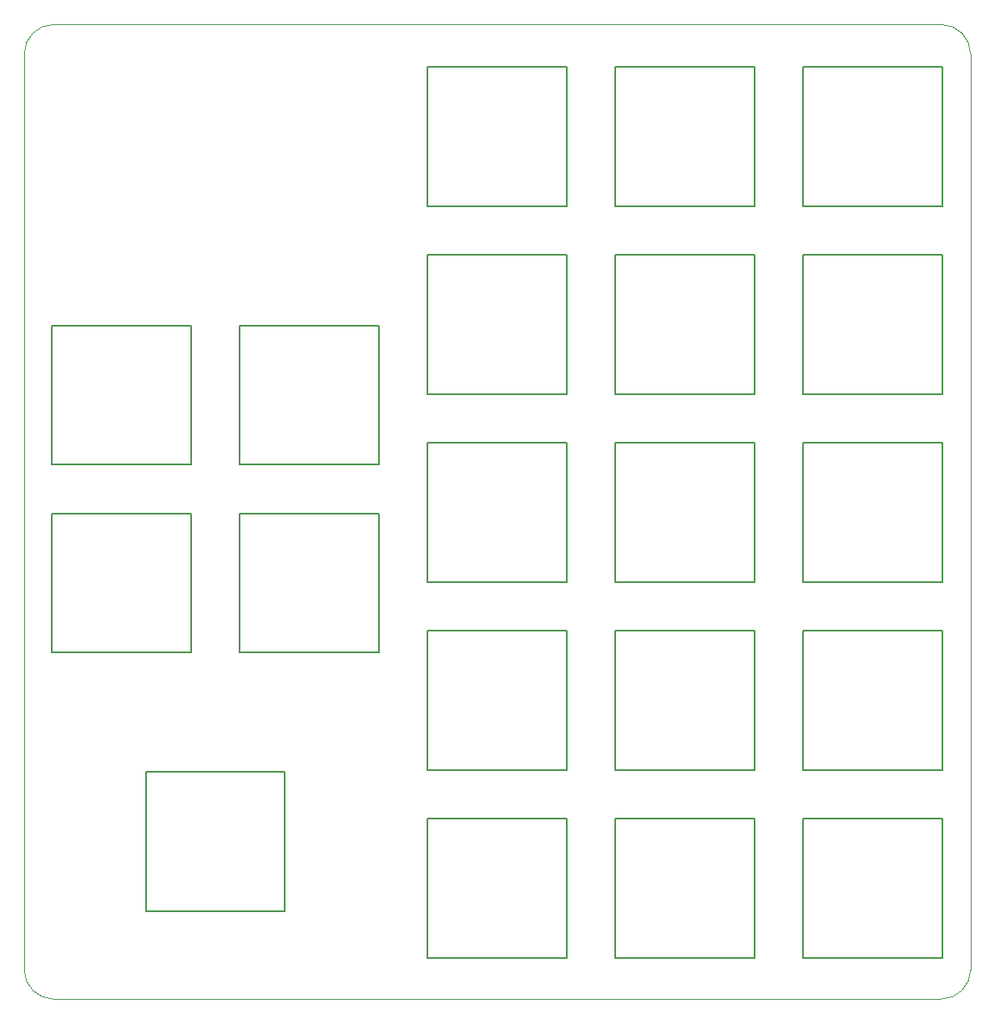
<source format=gbr>
G04 #@! TF.GenerationSoftware,KiCad,Pcbnew,7.0.9*
G04 #@! TF.CreationDate,2024-01-25T20:04:26+09:00*
G04 #@! TF.ProjectId,withTK,77697468-544b-42e6-9b69-6361645f7063,rev?*
G04 #@! TF.SameCoordinates,Original*
G04 #@! TF.FileFunction,Profile,NP*
%FSLAX46Y46*%
G04 Gerber Fmt 4.6, Leading zero omitted, Abs format (unit mm)*
G04 Created by KiCad (PCBNEW 7.0.9) date 2024-01-25 20:04:26*
%MOMM*%
%LPD*%
G01*
G04 APERTURE LIST*
G04 #@! TA.AperFunction,Profile*
%ADD10C,0.100000*%
G04 #@! TD*
G04 #@! TA.AperFunction,Profile*
%ADD11C,0.150000*%
G04 #@! TD*
G04 APERTURE END LIST*
D10*
X19275000Y-113050000D02*
G75*
G03*
X22275000Y-116050000I3000000J0D01*
G01*
X22275000Y-17250000D02*
G75*
G03*
X19275000Y-20250000I0J-3000000D01*
G01*
X112275000Y-116050000D02*
G75*
G03*
X115275000Y-113050000I0J3000000D01*
G01*
X115275000Y-20250000D02*
G75*
G03*
X112275000Y-17250000I-3000000J0D01*
G01*
X22275000Y-116050000D02*
X112275000Y-116050000D01*
X19275000Y-20250000D02*
X19275000Y-113050000D01*
X115275000Y-20250000D02*
X115275000Y-113050000D01*
X22275000Y-17250000D02*
X112275000Y-17250000D01*
D11*
X60177100Y-21571100D02*
X74277100Y-21571100D01*
X60177100Y-35671100D02*
X60177100Y-21571100D01*
X74277100Y-21571100D02*
X74277100Y-35671100D01*
X74277100Y-35671100D02*
X60177100Y-35671100D01*
X79227100Y-21571100D02*
X93327100Y-21571100D01*
X79227100Y-35671100D02*
X79227100Y-21571100D01*
X93327100Y-21571100D02*
X93327100Y-35671100D01*
X93327100Y-35671100D02*
X79227100Y-35671100D01*
X98277100Y-21571100D02*
X112377100Y-21571100D01*
X98277100Y-35671100D02*
X98277100Y-21571100D01*
X112377100Y-21571100D02*
X112377100Y-35671100D01*
X112377100Y-35671100D02*
X98277100Y-35671100D01*
X98277100Y-78721100D02*
X112377100Y-78721100D01*
X98277100Y-92821100D02*
X98277100Y-78721100D01*
X112377100Y-78721100D02*
X112377100Y-92821100D01*
X112377100Y-92821100D02*
X98277100Y-92821100D01*
X79227100Y-59671100D02*
X93327100Y-59671100D01*
X79227100Y-73771100D02*
X79227100Y-59671100D01*
X93327100Y-59671100D02*
X93327100Y-73771100D01*
X93327100Y-73771100D02*
X79227100Y-73771100D01*
X98277100Y-40621100D02*
X112377100Y-40621100D01*
X98277100Y-54721100D02*
X98277100Y-40621100D01*
X112377100Y-40621100D02*
X112377100Y-54721100D01*
X112377100Y-54721100D02*
X98277100Y-54721100D01*
X79227100Y-78721100D02*
X93327100Y-78721100D01*
X79227100Y-92821100D02*
X79227100Y-78721100D01*
X93327100Y-78721100D02*
X93327100Y-92821100D01*
X93327100Y-92821100D02*
X79227100Y-92821100D01*
X60177100Y-78721100D02*
X74277100Y-78721100D01*
X60177100Y-92821100D02*
X60177100Y-78721100D01*
X74277100Y-78721100D02*
X74277100Y-92821100D01*
X74277100Y-92821100D02*
X60177100Y-92821100D01*
X79227100Y-40621100D02*
X93327100Y-40621100D01*
X79227100Y-54721100D02*
X79227100Y-40621100D01*
X93327100Y-40621100D02*
X93327100Y-54721100D01*
X93327100Y-54721100D02*
X79227100Y-54721100D01*
X22077100Y-47764900D02*
X36177100Y-47764900D01*
X22077100Y-61864900D02*
X22077100Y-47764900D01*
X36177100Y-47764900D02*
X36177100Y-61864900D01*
X36177100Y-61864900D02*
X22077100Y-61864900D01*
X79227100Y-97771100D02*
X93327100Y-97771100D01*
X79227100Y-111871100D02*
X79227100Y-97771100D01*
X93327100Y-97771100D02*
X93327100Y-111871100D01*
X93327100Y-111871100D02*
X79227100Y-111871100D01*
X41127100Y-66814900D02*
X55227100Y-66814900D01*
X41127100Y-80914900D02*
X41127100Y-66814900D01*
X55227100Y-66814900D02*
X55227100Y-80914900D01*
X55227100Y-80914900D02*
X41127100Y-80914900D01*
X41127100Y-47764900D02*
X55227100Y-47764900D01*
X41127100Y-61864900D02*
X41127100Y-47764900D01*
X55227100Y-47764900D02*
X55227100Y-61864900D01*
X55227100Y-61864900D02*
X41127100Y-61864900D01*
X31602100Y-93008600D02*
X45702100Y-93008600D01*
X31602100Y-107108600D02*
X31602100Y-93008600D01*
X45702100Y-93008600D02*
X45702100Y-107108600D01*
X45702100Y-107108600D02*
X31602100Y-107108600D01*
X98277100Y-59671100D02*
X112377100Y-59671100D01*
X98277100Y-73771100D02*
X98277100Y-59671100D01*
X112377100Y-59671100D02*
X112377100Y-73771100D01*
X112377100Y-73771100D02*
X98277100Y-73771100D01*
X60177100Y-97771100D02*
X74277100Y-97771100D01*
X60177100Y-111871100D02*
X60177100Y-97771100D01*
X74277100Y-97771100D02*
X74277100Y-111871100D01*
X74277100Y-111871100D02*
X60177100Y-111871100D01*
X60177100Y-59671100D02*
X74277100Y-59671100D01*
X60177100Y-73771100D02*
X60177100Y-59671100D01*
X74277100Y-59671100D02*
X74277100Y-73771100D01*
X74277100Y-73771100D02*
X60177100Y-73771100D01*
X22077100Y-66814900D02*
X36177100Y-66814900D01*
X22077100Y-80914900D02*
X22077100Y-66814900D01*
X36177100Y-66814900D02*
X36177100Y-80914900D01*
X36177100Y-80914900D02*
X22077100Y-80914900D01*
X98277100Y-97771100D02*
X112377100Y-97771100D01*
X98277100Y-111871100D02*
X98277100Y-97771100D01*
X112377100Y-97771100D02*
X112377100Y-111871100D01*
X112377100Y-111871100D02*
X98277100Y-111871100D01*
X60177100Y-40621100D02*
X74277100Y-40621100D01*
X60177100Y-54721100D02*
X60177100Y-40621100D01*
X74277100Y-40621100D02*
X74277100Y-54721100D01*
X74277100Y-54721100D02*
X60177100Y-54721100D01*
M02*

</source>
